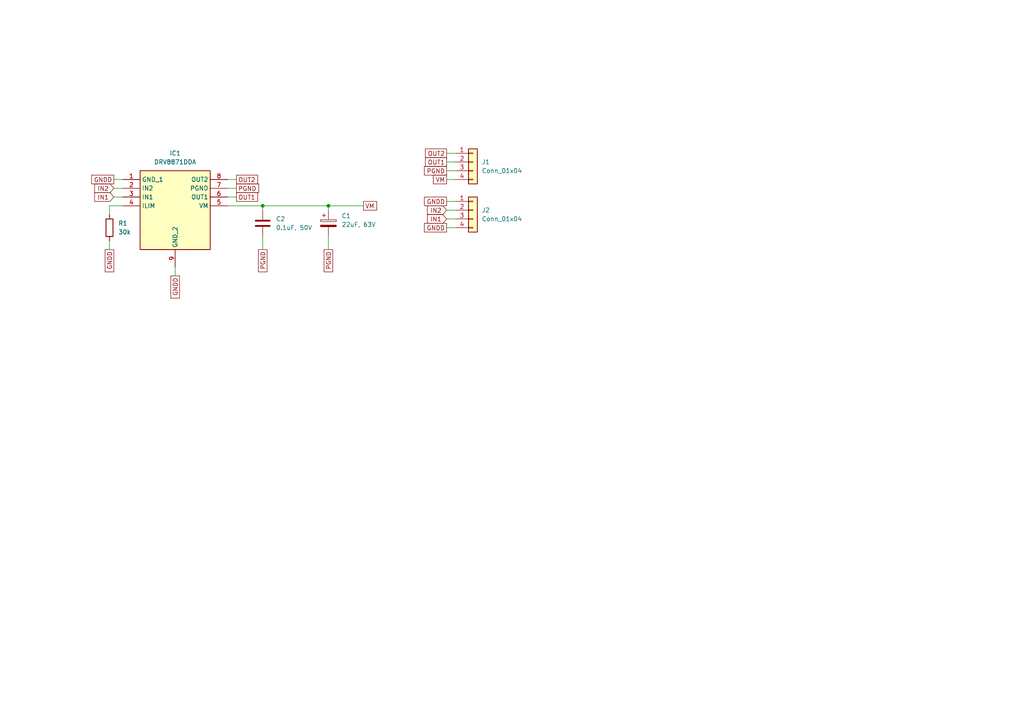
<source format=kicad_sch>
(kicad_sch (version 20231120) (generator "eeschema") (generator_version "8.0")
  (paper "A4")
  (title_block (title "Model Train Control - HBridge") (date "2024-03-02") (rev "1"))
  (lib_symbols
    (symbol "Connector_Generic:Conn_01x04" (pin_names (offset 1.016) hide)
      (property "Reference" "J" (at 0 5.08 0))
      (property "Value" "Conn_01x04" (at 0 -7.62 0))
      (symbol "Conn_01x04_1_1"
        (rectangle (start -1.27 -4.953) (end 0 -5.207) (stroke (width 0.1524)))
        (rectangle (start -1.27 -2.413) (end 0 -2.667) (stroke (width 0.1524)))
        (rectangle (start -1.27 0.127) (end 0 -0.127) (stroke (width 0.1524)))
        (rectangle (start -1.27 2.667) (end 0 2.413) (stroke (width 0.1524)))
        (rectangle (start -1.27 3.81) (end 1.27 -6.35) (stroke (width 0.254)) (fill (type background)))
        (pin passive line (at -5.08 2.54 0) (length 3.81) (name "Pin_1") (number "1"))
        (pin passive line (at -5.08 0 0) (length 3.81) (name "Pin_2") (number "2"))
        (pin passive line (at -5.08 -2.54 0) (length 3.81) (name "Pin_3") (number "3"))
        (pin passive line (at -5.08 -5.08 0) (length 3.81) (name "Pin_4") (number "4"))
      )
    )
    (symbol "DRV8871DDA:DRV8871DDA"
      (property "Reference" "IC" (at 26.67 7.62 0))
      (property "Value" "DRV8871DDA" (at 26.67 5.08 0))
      (symbol "DRV8871DDA_1_1"
        (rectangle (start 5.08 2.54) (end 25.4 -20.32) (stroke (width 0.254)) (fill (type background)))
        (pin passive line (at 0 0 0) (length 5.08) (name "GND_1") (number "1"))
        (pin passive line (at 0 -2.54 0) (length 5.08) (name "IN2") (number "2"))
        (pin passive line (at 0 -5.08 0) (length 5.08) (name "IN1") (number "3"))
        (pin passive line (at 0 -7.62 0) (length 5.08) (name "ILIM") (number "4"))
        (pin passive line (at 30.48 -7.62 180) (length 5.08) (name "VM") (number "5"))
        (pin passive line (at 30.48 -5.08 180) (length 5.08) (name "OUT1") (number "6"))
        (pin passive line (at 30.48 -2.54 180) (length 5.08) (name "PGND") (number "7"))
        (pin passive line (at 30.48 0 180) (length 5.08) (name "OUT2") (number "8"))
        (pin passive line (at 15.24 -25.4 90) (length 5.08) (name "GND_2") (number "9"))
      )
    )
    (symbol "Device:C" (pin_numbers hide) (pin_names (offset 0.254))
      (property "Reference" "C" (at 0.635 2.54 0))
      (property "Value" "C" (at 0.635 -2.54 0))
      (symbol "C_0_1"
        (polyline (pts (xy -2.032 -0.762) (xy 2.032 -0.762)) (stroke (width 0.508)))
        (polyline (pts (xy -2.032 0.762) (xy 2.032 0.762)) (stroke (width 0.508)))
      )
      (symbol "C_1_1"
        (pin passive line (at 0 3.81 270) (length 2.794) (name "~") (number "1"))
        (pin passive line (at 0 -3.81 90) (length 2.794) (name "~") (number "2"))
      )
    )
    (symbol "Device:C_Polarized" (pin_numbers hide) (pin_names (offset 0.254))
      (property "Reference" "C" (at 0.635 2.54 0))
      (property "Value" "C_Polarized" (at 0.635 -2.54 0))
      (symbol "C_Polarized_0_1"
        (rectangle (start -2.286 0.508) (end 2.286 1.016))
        (polyline (pts (xy -1.778 2.286) (xy -0.762 2.286)))
        (polyline (pts (xy -1.27 2.794) (xy -1.27 1.778)))
        (rectangle (start 2.286 -0.508) (end -2.286 -1.016) (fill (type outline)))
      )
      (symbol "C_Polarized_1_1"
        (pin passive line (at 0 3.81 270) (length 2.794) (name "~") (number "1"))
        (pin passive line (at 0 -3.81 90) (length 2.794) (name "~") (number "2"))
      )
    )
    (symbol "Device:R" (pin_numbers hide) (pin_names (offset 0))
      (property "Reference" "R" (at 2.032 0 90))
      (property "Value" "R" (at 0 0 90))
      (symbol "R_0_1"
        (rectangle (start -1.016 -2.54) (end 1.016 2.54) (stroke (width 0.254)))
      )
      (symbol "R_1_1"
        (pin passive line (at 0 3.81 270) (length 1.27) (name "~") (number "1"))
        (pin passive line (at 0 -3.81 90) (length 1.27) (name "~") (number "2"))
      )
    )
  )
  (junction (at 76.2 59.69))
  (junction (at 95.25 59.69))
  (wire (pts (xy 33.02 57.15) (xy 35.56 57.15)))
  (wire (pts (xy 31.75 59.69) (xy 31.75 62.23)))
  (wire (pts (xy 129.54 60.96) (xy 132.08 60.96)))
  (wire (pts (xy 76.2 59.69) (xy 76.2 60.96)))
  (wire (pts (xy 66.04 52.07) (xy 68.58 52.07)))
  (wire (pts (xy 66.04 57.15) (xy 68.58 57.15)))
  (wire (pts (xy 50.8 77.47) (xy 50.8 80.01)))
  (wire (pts (xy 76.2 68.58) (xy 76.2 72.39)))
  (wire (pts (xy 33.02 52.07) (xy 35.56 52.07)))
  (wire (pts (xy 129.54 52.07) (xy 132.08 52.07)))
  (wire (pts (xy 129.54 63.5) (xy 132.08 63.5)))
  (wire (pts (xy 35.56 59.69) (xy 31.75 59.69)))
  (wire (pts (xy 31.75 69.85) (xy 31.75 72.39)))
  (wire (pts (xy 129.54 44.45) (xy 132.08 44.45)))
  (wire (pts (xy 76.2 59.69) (xy 95.25 59.69)))
  (wire (pts (xy 95.25 68.58) (xy 95.25 72.39)))
  (wire (pts (xy 95.25 59.69) (xy 105.41 59.69)))
  (wire (pts (xy 129.54 46.99) (xy 132.08 46.99)))
  (wire (pts (xy 66.04 59.69) (xy 76.2 59.69)))
  (wire (pts (xy 33.02 54.61) (xy 35.56 54.61)))
  (wire (pts (xy 129.54 49.53) (xy 132.08 49.53)))
  (wire (pts (xy 129.54 66.04) (xy 132.08 66.04)))
  (wire (pts (xy 95.25 59.69) (xy 95.25 60.96)))
  (wire (pts (xy 66.04 54.61) (xy 68.58 54.61)))
  (wire (pts (xy 129.54 58.42) (xy 132.08 58.42)))
  (global_label "OUT2" (shape passive) (at 129.54 44.45 180) (property "Intersheetrefs" "${INTERSHEET_REFS}" (effects (hide yes))))
  (global_label "PGND" (shape passive) (at 76.2 72.39 270) (property "Intersheetrefs" "${INTERSHEET_REFS}" (effects (hide yes))))
  (global_label "VM" (shape passive) (at 129.54 52.07 180) (property "Intersheetrefs" "${INTERSHEET_REFS}" (effects (hide yes))))
  (global_label "GNDD" (shape passive) (at 31.75 72.39 270) (property "Intersheetrefs" "${INTERSHEET_REFS}" (effects (hide yes))))
  (global_label "GNDD" (shape passive) (at 50.8 80.01 270) (property "Intersheetrefs" "${INTERSHEET_REFS}" (effects (hide yes))))
  (global_label "PGND" (shape passive) (at 129.54 49.53 180) (property "Intersheetrefs" "${INTERSHEET_REFS}" (effects (hide yes))))
  (global_label "IN1" (shape input) (at 33.02 57.15 180) (property "Intersheetrefs" "${INTERSHEET_REFS}" (effects (hide yes))))
  (global_label "OUT1" (shape passive) (at 68.58 57.15 0) (property "Intersheetrefs" "${INTERSHEET_REFS}" (effects (hide yes))))
  (global_label "IN2" (shape input) (at 129.54 60.96 180) (property "Intersheetrefs" "${INTERSHEET_REFS}" (effects (hide yes))))
  (global_label "GNDD" (shape passive) (at 33.02 52.07 180) (property "Intersheetrefs" "${INTERSHEET_REFS}" (effects (hide yes))))
  (global_label "IN2" (shape input) (at 33.02 54.61 180) (property "Intersheetrefs" "${INTERSHEET_REFS}" (effects (hide yes))))
  (global_label "VM" (shape passive) (at 105.41 59.69 0) (property "Intersheetrefs" "${INTERSHEET_REFS}" (effects (hide yes))))
  (global_label "IN1" (shape input) (at 129.54 63.5 180) (property "Intersheetrefs" "${INTERSHEET_REFS}" (effects (hide yes))))
  (global_label "OUT1" (shape passive) (at 129.54 46.99 180) (property "Intersheetrefs" "${INTERSHEET_REFS}" (effects (hide yes))))
  (global_label "GNDD" (shape passive) (at 129.54 66.04 180) (property "Intersheetrefs" "${INTERSHEET_REFS}" (effects (hide yes))))
  (global_label "PGND" (shape passive) (at 95.25 72.39 270) (property "Intersheetrefs" "${INTERSHEET_REFS}" (effects (hide yes))))
  (global_label "OUT2" (shape passive) (at 68.58 52.07 0) (property "Intersheetrefs" "${INTERSHEET_REFS}" (effects (hide yes))))
  (global_label "PGND" (shape passive) (at 68.58 54.61 0) (property "Intersheetrefs" "${INTERSHEET_REFS}" (effects (hide yes))))
  (global_label "GNDD" (shape passive) (at 129.54 58.42 180) (property "Intersheetrefs" "${INTERSHEET_REFS}" (effects (hide yes))))
  (symbol (lib_id "Connector_Generic:Conn_01x04") (at 137.16 46.99 0) (unit 1)
    (property "Reference" "J1" (at 139.7 46.9899 0) (effects (justify left)))
    (property "Value" "Conn_01x04" (at 139.7 49.5299 0) (effects (justify left)))
    (property "Footprint" "Connector_PinHeader_2.54mm:PinHeader_1x04_P2.54mm_Vertical" (effects (hide yes)))
    (property "Description" "Generic connector, single row, 01x04, script generated (kicad-library-utils/schlib/autogen/connector/)" (effects (hide yes)))
  )
  (symbol (lib_id "DRV8871DDA:DRV8871DDA") (at 35.56 52.07 0) (unit 1)
    (property "Reference" "IC1" (at 50.8 44.45 0))
    (property "Value" "DRV8871DDA" (at 50.8 46.99 0))
    (property "Footprint" "SOIC127P600X170-9N" (effects (hide yes)))
    (property "Datasheet" "http://www.ti.com/lit/ds/symlink/drv8871.pdf" (effects (hide yes)))
    (property "Description" "Motor / Motion / Ignition Controllers & Drivers 3.6A Brushed DC Motor Driver with Integrated Current Sensing (PWM Ctrl) 8-SO PowerPAD -40 to 125" (effects (hide yes)))
    (property "Height" "1.7" (effects (hide yes)))
    (property "Manufacturer_Name" "Texas Instruments" (effects (hide yes)))
    (property "JLCPCB#" "C1556867" (effects (hide yes)))
    (property "Manufacturer_Part_Number" "DRV8871DDA" (effects (hide yes)))
    (property "Mouser#" "595-DRV8871DDA" (effects (hide yes)))
  )
  (symbol (lib_id "Device:C") (at 76.2 64.77 0) (unit 1)
    (property "Reference" "C2" (at 80.01 63.4999 0) (effects (justify left)))
    (property "Value" "0.1uF, 50V" (at 80.01 66.0399 0) (effects (justify left)))
    (property "Footprint" "Capacitor_SMD:C_0805_2012Metric_Pad1.18x1.45mm_HandSolder" (effects (hide yes)))
    (property "Description" "Unpolarized capacitor" (effects (hide yes)))
    (property "JLCPCB#" "C49678" (effects (hide yes)))
    (property "Manufacturer_Part_Number" "Capacitor, 0.1uF, 50V, 0805 SMD" (effects (hide yes)))
  )
  (symbol (lib_id "Device:C_Polarized") (at 95.25 64.77 0) (unit 1)
    (property "Reference" "C1" (at 99.06 62.6109 0) (effects (justify left)))
    (property "Value" "22uF, 63V" (at 99.06 65.1509 0) (effects (justify left)))
    (property "Footprint" "Capacitor_SMD:CP_Elec_6.3x7.7" (effects (hide yes)))
    (property "Description" "Polarized capacitor" (effects (hide yes)))
    (property "JLCPCB#" "C473196" (effects (hide yes)))
    (property "Manufacturer_Part_Number" "Capacitor, 22.0uF, 63V, D6.3xL7.7 SMD" (effects (hide yes)))
  )
  (symbol (lib_id "Connector_Generic:Conn_01x04") (at 137.16 60.96 0) (unit 1)
    (property "Reference" "J2" (at 139.7 60.9599 0) (effects (justify left)))
    (property "Value" "Conn_01x04" (at 139.7 63.4999 0) (effects (justify left)))
    (property "Footprint" "Connector_PinHeader_2.54mm:PinHeader_1x04_P2.54mm_Vertical" (effects (hide yes)))
    (property "Description" "Generic connector, single row, 01x04, script generated (kicad-library-utils/schlib/autogen/connector/)" (effects (hide yes)))
  )
  (symbol (lib_id "Device:R") (at 31.75 66.04 0) (unit 1)
    (property "Reference" "R1" (at 34.29 64.7699 0) (effects (justify left)))
    (property "Value" "30k" (at 34.29 67.3099 0) (effects (justify left)))
    (property "Footprint" "Resistor_SMD:R_1206_3216Metric_Pad1.30x1.75mm_HandSolder" (effects (hide yes)))
    (property "Description" "Resistor" (effects (hide yes)))
    (property "JLCPCB#" "C319666" (effects (hide yes)))
    (property "Manufacturer_Part_Number" "Resistor, 30.0kΩ, 1206 SMD" (effects (hide yes)))
  )
)
</source>
